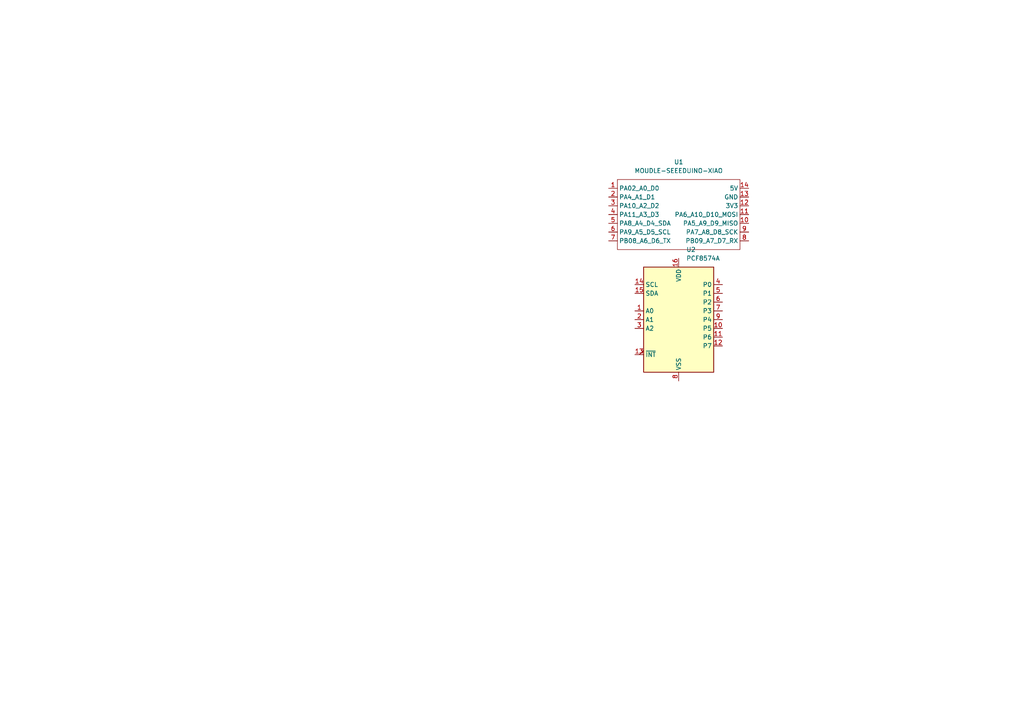
<source format=kicad_sch>
(kicad_sch (version 20231120) (generator "eeschema") (generator_version "8.0")
  (paper "A4")
  (lib_symbols
    (symbol "Interface_Expansion:PCF8574A"
      (property "Reference" "U" (at -8.89 16.51 0))
      (property "Value" "PCF8574A" (at 2.54 16.51 0))
      (symbol "PCF8574A_0_1"
        (rectangle (start -10.16 15.24) (end 10.16 -15.24) (stroke (width 0.254)) (fill (type background)))
      )
      (symbol "PCF8574A_1_1"
        (pin input line (at -12.7 2.54 0) (length 2.54) (name "A0") (number "1"))
        (pin bidirectional line (at 12.7 -2.54 180) (length 2.54) (name "P5") (number "10"))
        (pin bidirectional line (at 12.7 -5.08 180) (length 2.54) (name "P6") (number "11"))
        (pin bidirectional line (at 12.7 -7.62 180) (length 2.54) (name "P7") (number "12"))
        (pin open_collector output_low (at -12.7 -10.16 0) (length 2.54) (name "~{INT}") (number "13"))
        (pin input line (at -12.7 10.16 0) (length 2.54) (name "SCL") (number "14"))
        (pin bidirectional line (at -12.7 7.62 0) (length 2.54) (name "SDA") (number "15"))
        (pin power_in line (at 0 17.78 270) (length 2.54) (name "VDD") (number "16"))
        (pin input line (at -12.7 0 0) (length 2.54) (name "A1") (number "2"))
        (pin input line (at -12.7 -2.54 0) (length 2.54) (name "A2") (number "3"))
        (pin bidirectional line (at 12.7 10.16 180) (length 2.54) (name "P0") (number "4"))
        (pin bidirectional line (at 12.7 7.62 180) (length 2.54) (name "P1") (number "5"))
        (pin bidirectional line (at 12.7 5.08 180) (length 2.54) (name "P2") (number "6"))
        (pin bidirectional line (at 12.7 2.54 180) (length 2.54) (name "P3") (number "7"))
        (pin power_in line (at 0 -17.78 90) (length 2.54) (name "VSS") (number "8"))
        (pin bidirectional line (at 12.7 0 180) (length 2.54) (name "P4") (number "9"))
      )
    )
    (symbol "MOUDLE-SEEEDUINO-XIAO:MOUDLE-SEEEDUINO-XIAO"
      (property "Reference" "U" (at -16.51 11.43 0))
      (property "Value" "MOUDLE-SEEEDUINO-XIAO" (at -3.81 -11.43 0))
      (symbol "MOUDLE-SEEEDUINO-XIAO_0_1"
        (rectangle (start -16.51 10.16) (end 19.05 -10.16))
      )
      (symbol "MOUDLE-SEEEDUINO-XIAO_1_1"
        (pin passive line (at -19.05 7.62 0) (length 2.54) (name "PA02_A0_D0") (number "1"))
        (pin passive line (at 21.59 -2.54 180) (length 2.54) (name "PA5_A9_D9_MISO") (number "10"))
        (pin passive line (at 21.59 0 180) (length 2.54) (name "PA6_A10_D10_MOSI") (number "11"))
        (pin passive line (at 21.59 2.54 180) (length 2.54) (name "3V3") (number "12"))
        (pin passive line (at 21.59 5.08 180) (length 2.54) (name "GND") (number "13"))
        (pin passive line (at 21.59 7.62 180) (length 2.54) (name "5V") (number "14"))
        (pin passive line (at -19.05 5.08 0) (length 2.54) (name "PA4_A1_D1") (number "2"))
        (pin passive line (at -19.05 2.54 0) (length 2.54) (name "PA10_A2_D2") (number "3"))
        (pin passive line (at -19.05 0 0) (length 2.54) (name "PA11_A3_D3") (number "4"))
        (pin passive line (at -19.05 -2.54 0) (length 2.54) (name "PA8_A4_D4_SDA") (number "5"))
        (pin passive line (at -19.05 -5.08 0) (length 2.54) (name "PA9_A5_D5_SCL") (number "6"))
        (pin passive line (at -19.05 -7.62 0) (length 2.54) (name "PB08_A6_D6_TX") (number "7"))
        (pin passive line (at 21.59 -7.62 180) (length 2.54) (name "PB09_A7_D7_RX") (number "8"))
        (pin passive line (at 21.59 -5.08 180) (length 2.54) (name "PA7_A8_D8_SCK") (number "9"))
      )
    )
  )
  (symbol (lib_id "Interface_Expansion:PCF8574A") (at 196.85 92.71 0) (unit 1)
    (property "Reference" "U2" (at 199.0441 72.39 0) (effects (justify left)))
    (property "Value" "PCF8574A" (at 199.0441 74.93 0) (effects (justify left)))
    (property "Footprint" "Package_DIP:DIP-16_W7.62mm" (effects (hide yes)))
    (property "Datasheet" "http://www.nxp.com/docs/en/data-sheet/PCF8574_PCF8574A.pdf" (effects (hide yes)))
    (property "Description" "8 Bit Port/Expander to I2C Bus, DIP/SOIC-16" (effects (hide yes)))
  )
  (symbol (lib_id "MOUDLE-SEEEDUINO-XIAO:MOUDLE-SEEEDUINO-XIAO") (at 195.58 62.23 0) (unit 1)
    (property "Reference" "U1" (at 196.85 46.99 0))
    (property "Value" "MOUDLE-SEEEDUINO-XIAO" (at 196.85 49.53 0))
  )
)
</source>
